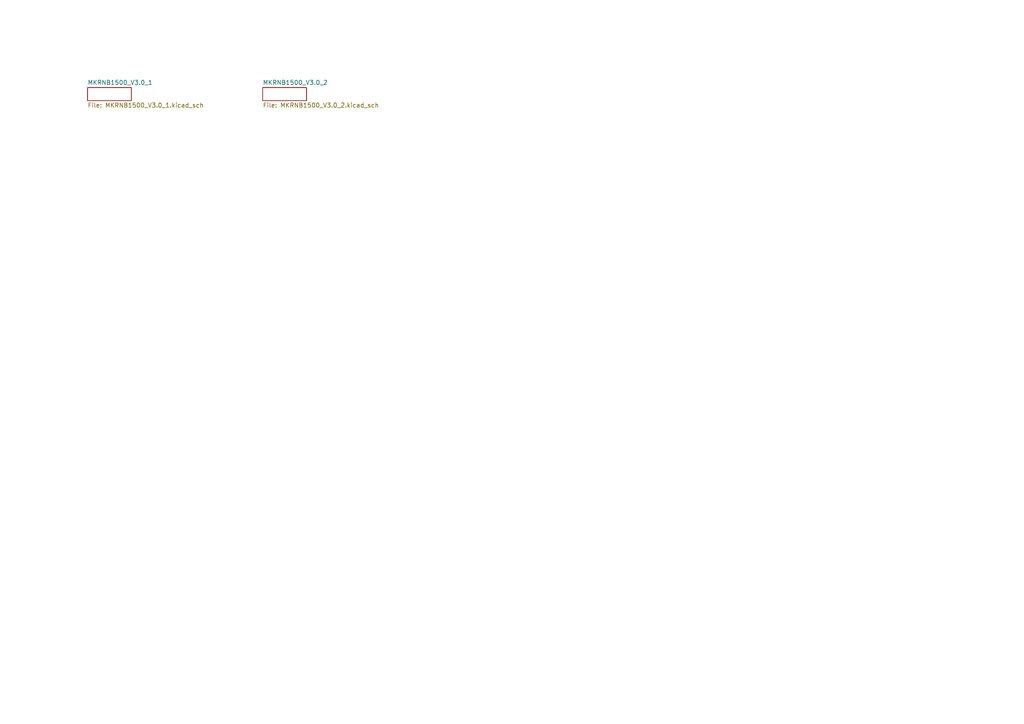
<source format=kicad_sch>
(kicad_sch
	(version 20231120)
	(generator "eeschema")
	(generator_version "8.0")
	(uuid "c6c70100-cecc-4e90-b8e4-f3c0f1154b24")
	(paper "A4")
	(lib_symbols)
	(sheet
		(at 76.2 25.4)
		(size 12.7 3.81)
		(fields_autoplaced yes)
		(stroke
			(width 0)
			(type solid)
		)
		(fill
			(color 0 0 0 0.0000)
		)
		(uuid "05d12f74-195f-43e2-b7db-1e9eac5405a2")
		(property "Sheetname" "MKRNB1500_V3.0_2"
			(at 76.2 24.6884 0)
			(effects
				(font
					(size 1.27 1.27)
				)
				(justify left bottom)
			)
		)
		(property "Sheetfile" "MKRNB1500_V3.0_2.kicad_sch"
			(at 76.2 29.7946 0)
			(effects
				(font
					(size 1.27 1.27)
				)
				(justify left top)
			)
		)
		(instances
			(project "kicad nb1500"
				(path "/c6c70100-cecc-4e90-b8e4-f3c0f1154b24"
					(page "2")
				)
			)
		)
	)
	(sheet
		(at 25.4 25.4)
		(size 12.7 3.81)
		(fields_autoplaced yes)
		(stroke
			(width 0)
			(type solid)
		)
		(fill
			(color 0 0 0 0.0000)
		)
		(uuid "e89f415c-db9c-4bf8-82d8-6b5583e6790f")
		(property "Sheetname" "MKRNB1500_V3.0_1"
			(at 25.4 24.6884 0)
			(effects
				(font
					(size 1.27 1.27)
				)
				(justify left bottom)
			)
		)
		(property "Sheetfile" "MKRNB1500_V3.0_1.kicad_sch"
			(at 25.4 29.7946 0)
			(effects
				(font
					(size 1.27 1.27)
				)
				(justify left top)
			)
		)
		(instances
			(project "kicad nb1500"
				(path "/c6c70100-cecc-4e90-b8e4-f3c0f1154b24"
					(page "1")
				)
			)
		)
	)
	(sheet_instances
		(path "/"
			(page "1")
		)
	)
)
</source>
